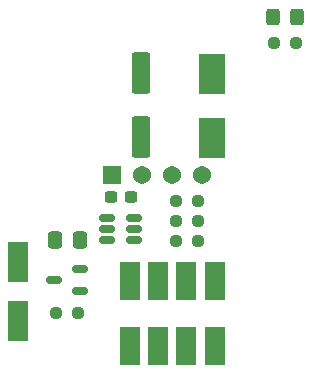
<source format=gbr>
%TF.GenerationSoftware,KiCad,Pcbnew,7.0.7-7.0.7~ubuntu22.04.1*%
%TF.CreationDate,2024-01-12T18:41:48+05:30*%
%TF.ProjectId,electronic-limit-sw,656c6563-7472-46f6-9e69-632d6c696d69,1.0.0*%
%TF.SameCoordinates,Original*%
%TF.FileFunction,Paste,Top*%
%TF.FilePolarity,Positive*%
%FSLAX46Y46*%
G04 Gerber Fmt 4.6, Leading zero omitted, Abs format (unit mm)*
G04 Created by KiCad (PCBNEW 7.0.7-7.0.7~ubuntu22.04.1) date 2024-01-12 18:41:48*
%MOMM*%
%LPD*%
G01*
G04 APERTURE LIST*
G04 Aperture macros list*
%AMRoundRect*
0 Rectangle with rounded corners*
0 $1 Rounding radius*
0 $2 $3 $4 $5 $6 $7 $8 $9 X,Y pos of 4 corners*
0 Add a 4 corners polygon primitive as box body*
4,1,4,$2,$3,$4,$5,$6,$7,$8,$9,$2,$3,0*
0 Add four circle primitives for the rounded corners*
1,1,$1+$1,$2,$3*
1,1,$1+$1,$4,$5*
1,1,$1+$1,$6,$7*
1,1,$1+$1,$8,$9*
0 Add four rect primitives between the rounded corners*
20,1,$1+$1,$2,$3,$4,$5,0*
20,1,$1+$1,$4,$5,$6,$7,0*
20,1,$1+$1,$6,$7,$8,$9,0*
20,1,$1+$1,$8,$9,$2,$3,0*%
G04 Aperture macros list end*
%ADD10R,1.700000X3.300000*%
%ADD11RoundRect,0.237500X0.250000X0.237500X-0.250000X0.237500X-0.250000X-0.237500X0.250000X-0.237500X0*%
%ADD12RoundRect,0.150000X-0.512500X-0.150000X0.512500X-0.150000X0.512500X0.150000X-0.512500X0.150000X0*%
%ADD13R,1.800000X3.500000*%
%ADD14RoundRect,0.237500X-0.250000X-0.237500X0.250000X-0.237500X0.250000X0.237500X-0.250000X0.237500X0*%
%ADD15R,2.300000X3.500000*%
%ADD16RoundRect,0.250000X0.550000X-1.500000X0.550000X1.500000X-0.550000X1.500000X-0.550000X-1.500000X0*%
%ADD17R,1.540000X1.540000*%
%ADD18C,1.540000*%
%ADD19RoundRect,0.250000X-0.325000X-0.450000X0.325000X-0.450000X0.325000X0.450000X-0.325000X0.450000X0*%
%ADD20RoundRect,0.150000X0.512500X0.150000X-0.512500X0.150000X-0.512500X-0.150000X0.512500X-0.150000X0*%
%ADD21RoundRect,0.250000X-0.337500X-0.475000X0.337500X-0.475000X0.337500X0.475000X-0.337500X0.475000X0*%
%ADD22RoundRect,0.237500X0.300000X0.237500X-0.300000X0.237500X-0.300000X-0.237500X0.300000X-0.237500X0*%
G04 APERTURE END LIST*
D10*
%TO.C,D1*%
X170850000Y-110350000D03*
X170850000Y-104850000D03*
%TD*%
D11*
%TO.C,R4*%
X164062500Y-107600000D03*
X162237500Y-107600000D03*
%TD*%
D12*
%TO.C,U1*%
X166562500Y-99550000D03*
X166562500Y-100500000D03*
X166562500Y-101450000D03*
X168837500Y-101450000D03*
X168837500Y-100500000D03*
X168837500Y-99550000D03*
%TD*%
D13*
%TO.C,D5*%
X159000000Y-103300000D03*
X159000000Y-108300000D03*
%TD*%
D10*
%TO.C,D2*%
X173250000Y-110350000D03*
X173250000Y-104850000D03*
%TD*%
D14*
%TO.C,R6*%
X172387500Y-98100000D03*
X174212500Y-98100000D03*
%TD*%
%TO.C,R2*%
X172400000Y-99800000D03*
X174225000Y-99800000D03*
%TD*%
D15*
%TO.C,D6*%
X175450000Y-87350000D03*
X175450000Y-92750000D03*
%TD*%
D10*
%TO.C,D4*%
X175650000Y-104850000D03*
X175650000Y-110350000D03*
%TD*%
D14*
%TO.C,R1*%
X172387500Y-101500000D03*
X174212500Y-101500000D03*
%TD*%
D10*
%TO.C,D3*%
X168450000Y-104850000D03*
X168450000Y-110350000D03*
%TD*%
D16*
%TO.C,C5*%
X169400000Y-92650000D03*
X169400000Y-87250000D03*
%TD*%
D17*
%TO.C,J3*%
X166970000Y-95900000D03*
D18*
X169510000Y-95900000D03*
X172050000Y-95900000D03*
X174590000Y-95900000D03*
%TD*%
D19*
%TO.C,D7*%
X180550000Y-82500000D03*
X182600000Y-82500000D03*
%TD*%
D20*
%TO.C,Q1*%
X164287500Y-105750000D03*
X164287500Y-103850000D03*
X162012500Y-104800000D03*
%TD*%
D21*
%TO.C,C4*%
X162162500Y-101400000D03*
X164237500Y-101400000D03*
%TD*%
D11*
%TO.C,R5*%
X182512500Y-84700000D03*
X180687500Y-84700000D03*
%TD*%
D22*
%TO.C,C3*%
X168562500Y-97800000D03*
X166837500Y-97800000D03*
%TD*%
M02*

</source>
